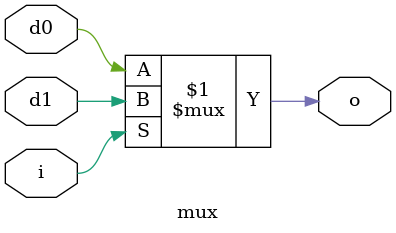
<source format=v>
module mux(
input i,
input d0,d1,
output o);

assign o = i? d1:d0;
endmodule
</source>
